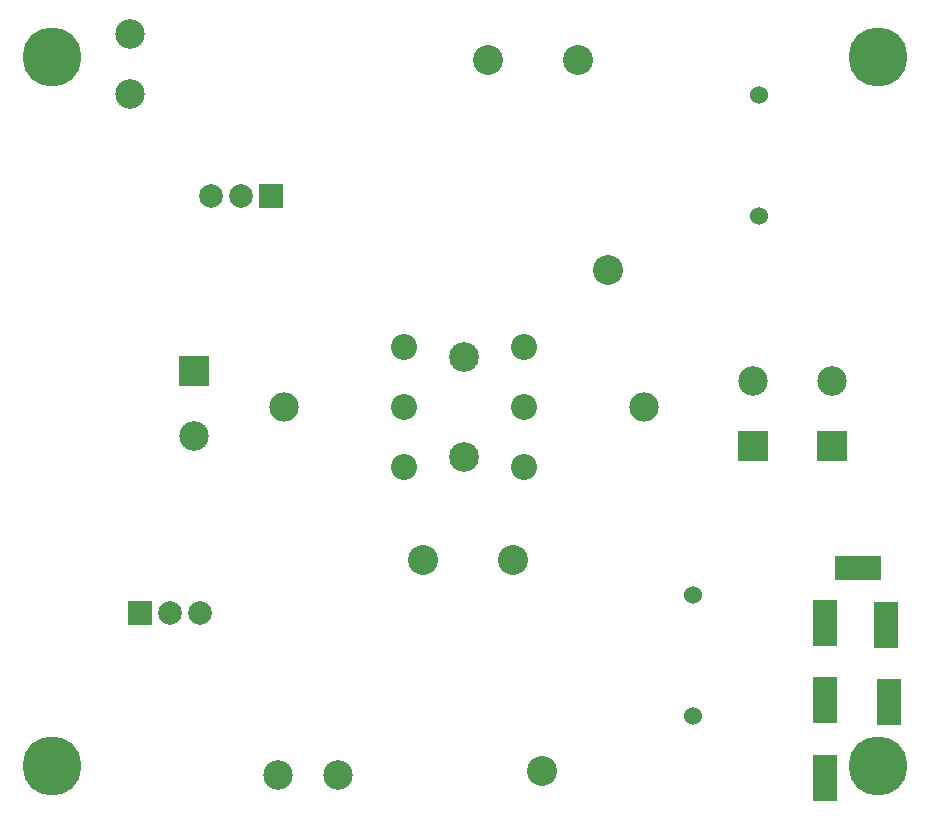
<source format=gbr>
%TF.GenerationSoftware,KiCad,Pcbnew,7.0.6-0*%
%TF.CreationDate,2023-08-01T13:46:47-04:00*%
%TF.ProjectId,Power Selector,506f7765-7220-4536-956c-6563746f722e,rev?*%
%TF.SameCoordinates,Original*%
%TF.FileFunction,Soldermask,Bot*%
%TF.FilePolarity,Negative*%
%FSLAX46Y46*%
G04 Gerber Fmt 4.6, Leading zero omitted, Abs format (unit mm)*
G04 Created by KiCad (PCBNEW 7.0.6-0) date 2023-08-01 13:46:47*
%MOMM*%
%LPD*%
G01*
G04 APERTURE LIST*
%ADD10C,2.209800*%
%ADD11C,2.489200*%
%ADD12C,2.514600*%
%ADD13R,2.000000X4.000000*%
%ADD14C,5.000000*%
%ADD15R,2.500000X2.500000*%
%ADD16C,2.500000*%
%ADD17R,2.000000X2.000000*%
%ADD18C,2.000000*%
%ADD19C,2.540000*%
%ADD20C,1.524000*%
%ADD21R,4.000000X2.000000*%
G04 APERTURE END LIST*
D10*
%TO.C,J205*%
X105720000Y-104880000D03*
X105720000Y-99800000D03*
X105720000Y-94720000D03*
X95560000Y-104880000D03*
X95560000Y-99800000D03*
X95560000Y-94720000D03*
D11*
X115880000Y-99800000D03*
X85400000Y-99800000D03*
D12*
X100640000Y-103999999D03*
X100640000Y-95600001D03*
%TD*%
D13*
%TO.C,TP1*%
X136600000Y-124800000D03*
%TD*%
D14*
%TO.C,H2*%
X135720000Y-130200000D03*
%TD*%
D15*
%TO.C,J201*%
X77800000Y-96740000D03*
D16*
X77800000Y-102240000D03*
%TD*%
D13*
%TO.C,TP2*%
X136400000Y-118300000D03*
%TD*%
D16*
%TO.C,F202*%
X89940000Y-131000000D03*
X84860000Y-131000000D03*
%TD*%
D13*
%TO.C,TP4*%
X131200000Y-118100000D03*
%TD*%
D17*
%TO.C,U201*%
X84260000Y-81951800D03*
D18*
X81720000Y-81951800D03*
X79180000Y-81951800D03*
%TD*%
D19*
%TO.C,K203*%
X102700000Y-70437989D03*
X110300000Y-70437989D03*
X112800000Y-88238106D03*
D20*
X125600000Y-73400000D03*
X125600000Y-83600000D03*
%TD*%
D14*
%TO.C,H3*%
X65720000Y-70200000D03*
%TD*%
D15*
%TO.C,J203*%
X131823200Y-103131500D03*
D16*
X131823200Y-97631500D03*
%TD*%
D13*
%TO.C,TP6*%
X131200000Y-131200000D03*
%TD*%
D16*
%TO.C,F201*%
X72320000Y-73340000D03*
X72320000Y-68260000D03*
%TD*%
D17*
%TO.C,U202*%
X73180000Y-117248200D03*
D18*
X75720000Y-117248200D03*
X78260000Y-117248200D03*
%TD*%
D19*
%TO.C,K201*%
X97150000Y-112787989D03*
X104750000Y-112787989D03*
X107250000Y-130588106D03*
D20*
X120050000Y-115750000D03*
X120050000Y-125950000D03*
%TD*%
D15*
%TO.C,J202*%
X125120000Y-103131500D03*
D16*
X125120000Y-97631500D03*
%TD*%
D14*
%TO.C,H4*%
X65720000Y-130200000D03*
%TD*%
D21*
%TO.C,TP5*%
X134000000Y-113400000D03*
%TD*%
D14*
%TO.C,H1*%
X135720000Y-70200000D03*
%TD*%
D13*
%TO.C,TP3*%
X131200000Y-124600000D03*
%TD*%
M02*

</source>
